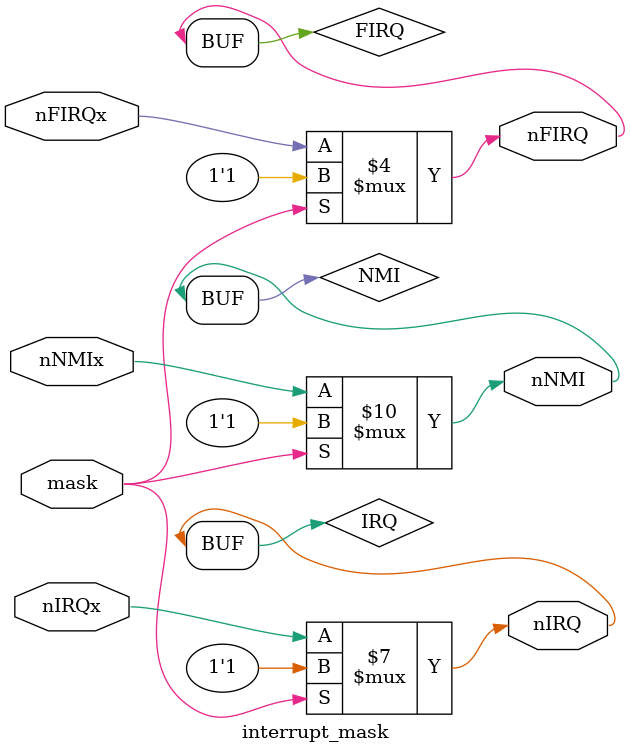
<source format=v>
`timescale 1ns / 1ps
module interrupt_mask(
    input nNMIx,
    input nIRQx,
    input nFIRQx,
    input mask,
    output nNMI,
    output nIRQ,
    output nFIRQ
    );
	 
	 reg NMI;
	 reg IRQ;
	 reg FIRQ;

	always @(mask, nNMIx, nIRQx, nFIRQx) begin
		if(!mask) begin
			NMI = nNMIx;
			IRQ = nIRQx;
			FIRQ = nFIRQx;
		end else begin
			NMI = 1;
			IRQ = 1;
			FIRQ = 1;
		end
	end
	
	assign nNMI = NMI;
	assign nIRQ = IRQ;
	assign nFIRQ = FIRQ;

endmodule

</source>
